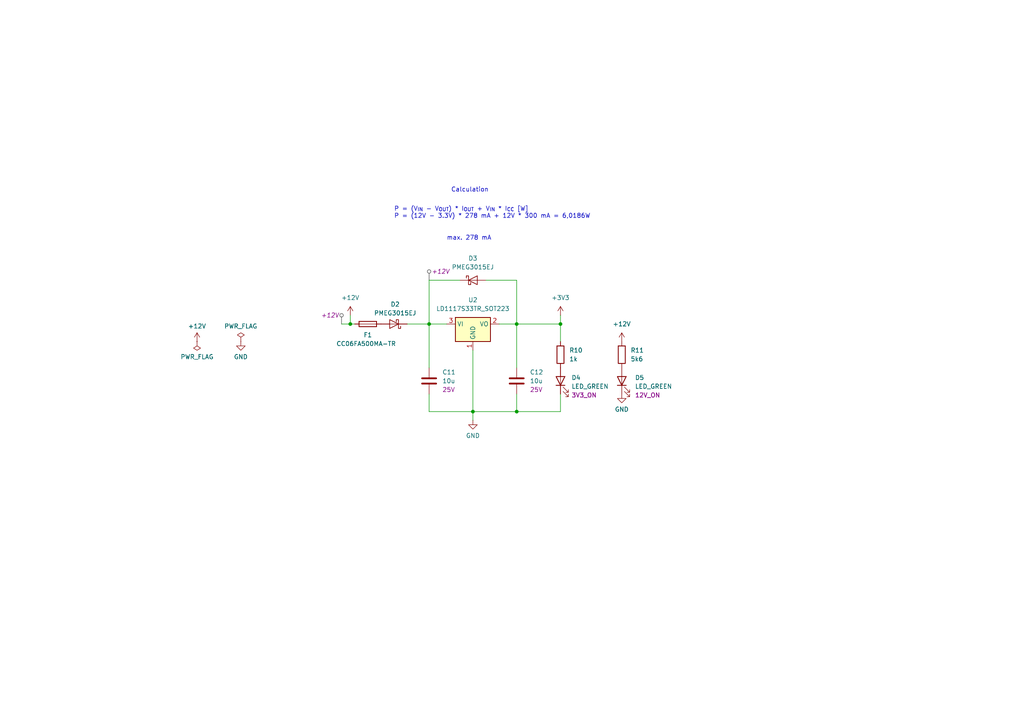
<source format=kicad_sch>
(kicad_sch (version 20231120) (generator "eeschema") (generator_version "8.0")
  (paper "A4")
  (lib_symbols
    (symbol "Device:C" (pin_numbers hide) (pin_names (offset 0.254))
      (property "Reference" "C" (at 0.635 2.54 0))
      (property "Value" "C" (at 0.635 -2.54 0))
      (symbol "C_0_1"
        (polyline (pts (xy -2.032 -0.762) (xy 2.032 -0.762)) (stroke (width 0.508)))
        (polyline (pts (xy -2.032 0.762) (xy 2.032 0.762)) (stroke (width 0.508)))
      )
      (symbol "C_1_1"
        (pin passive line (at 0 3.81 270) (length 2.794) (name "~") (number "1"))
        (pin passive line (at 0 -3.81 90) (length 2.794) (name "~") (number "2"))
      )
    )
    (symbol "Device:Fuse" (pin_numbers hide) (pin_names (offset 0))
      (property "Reference" "F" (at 2.032 0 90))
      (property "Value" "Fuse" (at -1.905 0 90))
      (symbol "Fuse_0_1"
        (rectangle (start -0.762 -2.54) (end 0.762 2.54) (stroke (width 0.254)))
        (polyline (pts (xy 0 2.54) (xy 0 -2.54)))
      )
      (symbol "Fuse_1_1"
        (pin passive line (at 0 3.81 270) (length 1.27) (name "~") (number "1"))
        (pin passive line (at 0 -3.81 90) (length 1.27) (name "~") (number "2"))
      )
    )
    (symbol "Device:LED" (pin_numbers hide) (pin_names (offset 1.016) hide)
      (property "Reference" "D" (at 0 2.54 0))
      (property "Value" "LED" (at 0 -2.54 0))
      (symbol "LED_0_1"
        (polyline (pts (xy -1.27 -1.27) (xy -1.27 1.27)) (stroke (width 0.254)))
        (polyline (pts (xy -1.27 0) (xy 1.27 0)))
        (polyline (pts (xy 1.27 -1.27) (xy 1.27 1.27) (xy -1.27 0) (xy 1.27 -1.27)) (stroke (width 0.254)))
        (polyline (pts (xy -3.048 -0.762) (xy -4.572 -2.286) (xy -3.81 -2.286) (xy -4.572 -2.286) (xy -4.572 -1.524)))
        (polyline (pts (xy -1.778 -0.762) (xy -3.302 -2.286) (xy -2.54 -2.286) (xy -3.302 -2.286) (xy -3.302 -1.524)))
      )
      (symbol "LED_1_1"
        (pin passive line (at -3.81 0 0) (length 2.54) (name "K") (number "1"))
        (pin passive line (at 3.81 0 180) (length 2.54) (name "A") (number "2"))
      )
    )
    (symbol "Device:R" (pin_numbers hide) (pin_names (offset 0))
      (property "Reference" "R" (at 2.032 0 90))
      (property "Value" "R" (at 0 0 90))
      (symbol "R_0_1"
        (rectangle (start -1.016 -2.54) (end 1.016 2.54) (stroke (width 0.254)))
      )
      (symbol "R_1_1"
        (pin passive line (at 0 3.81 270) (length 1.27) (name "~") (number "1"))
        (pin passive line (at 0 -3.81 90) (length 1.27) (name "~") (number "2"))
      )
    )
    (symbol "Diode:PMEG3015EJ" (pin_numbers hide) (pin_names hide)
      (property "Reference" "D" (at 0 2.54 0))
      (property "Value" "PMEG3015EJ" (at 0 -2.54 0))
      (symbol "PMEG3015EJ_0_1"
        (polyline (pts (xy 1.27 0) (xy -1.27 0)))
        (polyline (pts (xy 1.27 1.27) (xy 1.27 -1.27) (xy -1.27 0) (xy 1.27 1.27)) (stroke (width 0.2032)))
        (polyline (pts (xy -1.905 0.635) (xy -1.905 1.27) (xy -1.27 1.27) (xy -1.27 -1.27) (xy -0.635 -1.27) (xy -0.635 -0.635)) (stroke (width 0.2032)))
      )
      (symbol "PMEG3015EJ_1_1"
        (pin passive line (at -3.81 0 0) (length 2.54) (name "K") (number "1"))
        (pin passive line (at 3.81 0 180) (length 2.54) (name "A") (number "2"))
      )
    )
    (symbol "Regulator_Linear:LD1117S33TR_SOT223"
      (property "Reference" "U" (at -3.81 3.175 0))
      (property "Value" "LD1117S33TR_SOT223" (at 0 3.175 0))
      (symbol "LD1117S33TR_SOT223_0_1"
        (rectangle (start -5.08 -5.08) (end 5.08 1.905) (stroke (width 0.254)) (fill (type background)))
      )
      (symbol "LD1117S33TR_SOT223_1_1"
        (pin power_in line (at 0 -7.62 90) (length 2.54) (name "GND") (number "1"))
        (pin power_out line (at 7.62 0 180) (length 2.54) (name "VO") (number "2"))
        (pin power_in line (at -7.62 0 0) (length 2.54) (name "VI") (number "3"))
      )
    )
    (symbol "power:+12V" (power) (pin_numbers hide) (pin_names (offset 0) hide)
      (property "Value" "+12V" (at 0 3.556 0))
      (symbol "+12V_0_1"
        (polyline (pts (xy -0.762 1.27) (xy 0 2.54)))
        (polyline (pts (xy 0 0) (xy 0 2.54)))
        (polyline (pts (xy 0 2.54) (xy 0.762 1.27)))
      )
      (symbol "+12V_1_1"
        (pin power_in line (at 0 0 90) (length 0) (name "~") (number "1"))
      )
    )
    (symbol "power:+3V3" (power) (pin_numbers hide) (pin_names (offset 0) hide)
      (property "Value" "+3V3" (at 0 3.556 0))
      (symbol "+3V3_0_1"
        (polyline (pts (xy -0.762 1.27) (xy 0 2.54)))
        (polyline (pts (xy 0 0) (xy 0 2.54)))
        (polyline (pts (xy 0 2.54) (xy 0.762 1.27)))
      )
      (symbol "+3V3_1_1"
        (pin power_in line (at 0 0 90) (length 0) (name "~") (number "1"))
      )
    )
    (symbol "power:GND" (power) (pin_numbers hide) (pin_names (offset 0) hide)
      (property "Value" "GND" (at 0 -3.81 0))
      (symbol "GND_0_1"
        (polyline (pts (xy 0 0) (xy 0 -1.27) (xy 1.27 -1.27) (xy 0 -2.54) (xy -1.27 -1.27) (xy 0 -1.27)))
      )
      (symbol "GND_1_1"
        (pin power_in line (at 0 0 270) (length 0) (name "~") (number "1"))
      )
    )
    (symbol "power:PWR_FLAG" (power) (pin_numbers hide) (pin_names (offset 0) hide)
      (property "Value" "PWR_FLAG" (at 0 3.81 0))
      (symbol "PWR_FLAG_0_0"
        (pin power_out line (at 0 0 90) (length 0) (name "~") (number "1"))
      )
      (symbol "PWR_FLAG_0_1"
        (polyline (pts (xy 0 0) (xy 0 1.27) (xy -1.016 1.905) (xy 0 2.54) (xy 1.016 1.905) (xy 0 1.27)))
      )
    )
  )
  (junction (at 149.86 119.38))
  (junction (at 162.56 93.98))
  (junction (at 137.16 119.38))
  (junction (at 149.86 93.98))
  (junction (at 124.46 93.98))
  (junction (at 101.6 93.98))
  (wire (pts (xy 162.56 114.3) (xy 162.56 119.38)))
  (wire (pts (xy 101.6 93.98) (xy 101.6 91.44)))
  (wire (pts (xy 149.86 114.3) (xy 149.86 119.38)))
  (wire (pts (xy 140.97 81.28) (xy 149.86 81.28)))
  (wire (pts (xy 162.56 93.98) (xy 162.56 99.06)))
  (wire (pts (xy 144.78 93.98) (xy 149.86 93.98)))
  (wire (pts (xy 118.11 93.98) (xy 124.46 93.98)))
  (wire (pts (xy 137.16 119.38) (xy 137.16 121.92)))
  (wire (pts (xy 124.46 93.98) (xy 129.54 93.98)))
  (wire (pts (xy 124.46 81.28) (xy 133.35 81.28)))
  (wire (pts (xy 162.56 91.44) (xy 162.56 93.98)))
  (wire (pts (xy 101.6 93.98) (xy 102.87 93.98)))
  (wire (pts (xy 137.16 101.6) (xy 137.16 119.38)))
  (wire (pts (xy 149.86 119.38) (xy 162.56 119.38)))
  (wire (pts (xy 149.86 81.28) (xy 149.86 93.98)))
  (wire (pts (xy 137.16 119.38) (xy 149.86 119.38)))
  (wire (pts (xy 124.46 119.38) (xy 137.16 119.38)))
  (wire (pts (xy 124.46 114.3) (xy 124.46 119.38)))
  (wire (pts (xy 99.06 93.98) (xy 101.6 93.98)))
  (wire (pts (xy 149.86 93.98) (xy 162.56 93.98)))
  (wire (pts (xy 124.46 93.98) (xy 124.46 106.68)))
  (wire (pts (xy 124.46 81.28) (xy 124.46 93.98)))
  (wire (pts (xy 149.86 93.98) (xy 149.86 106.68)))
  (text "P = (V_{IN} - V_{OUT}) * I_{OUT} + V_{IN} * I_{CC} [W]\nP = (12V - 3.3V) * 278 mA + 12V * 300 mA = 6,0186 W" (at 114.3 63.5 0) (effects (font (size 1.27 1.27)) (justify left bottom)))
  (text "max. 278 mA" (at 129.54 69.85 0) (effects (font (size 1.27 1.27)) (justify left bottom)))
  (text "Calculation" (at 130.81 55.88 0) (effects (font (size 1.27 1.27)) (justify left bottom)))
  (netclass_flag "" (length 2.54) (shape round) (at 99.06 93.98 0) (property "Netclass" "+12V" (at 98.3615 91.44 0) (effects (font (italic yes)) (justify right))))
  (netclass_flag "" (length 2.54) (shape round) (at 124.46 81.28 0) (property "Netclass" "+12V" (at 125.1585 78.74 0) (effects (font (italic yes)) (justify left))))
  (symbol (lib_id "Device:C") (at 124.46 110.49 180) (unit 1)
    (property "Reference" "C11" (at 128.27 107.95 0) (effects (justify right)))
    (property "Value" "10u" (at 128.27 110.49 0) (effects (justify right)))
    (property "Footprint" "Capacitor_SMD:C_0603_1608Metric" (effects (hide yes)))
    (property "Description" "Unpolarized capacitor" (effects (hide yes)))
    (property "Voltage" "25V" (at 128.27 113.03 0) (effects (justify right)))
    (instances (project "MVBMS_FT24" (path "" (reference "C11") (unit 1))) (project "Master_FT24" (path "" (reference "C37") (unit 1)) (path "" (reference "C1101") (unit 1))))
  )
  (symbol (lib_id "Device:R") (at 180.34 102.87 0) (unit 1)
    (property "Reference" "R11" (at 182.88 101.5999 0) (effects (justify left)))
    (property "Value" "5k6" (at 182.88 104.1399 0) (effects (justify left)))
    (property "Footprint" "Resistor_SMD:R_0603_1608Metric" (effects (hide yes)))
    (property "Description" "Resistor" (effects (hide yes)))
  )
  (symbol (lib_id "power:+12V") (at 180.34 99.06 0) (unit 1)
    (property "Reference" "#PWR023" (effects (hide yes)))
    (property "Value" "+12V" (at 180.34 93.98 0))
    (property "Description" "Power symbol creates a global label with name \"+12V\"" (effects (hide yes)))
  )
  (symbol (lib_id "power:PWR_FLAG") (at 57.15 99.06 180) (unit 1)
    (property "Reference" "#FLG01" (effects (hide yes)))
    (property "Value" "PWR_FLAG" (at 57.15 103.505 0))
    (property "Description" "Special symbol for telling ERC where power comes from" (effects (hide yes)))
  )
  (symbol (lib_id "Diode:PMEG3015EJ") (at 114.3 93.98 180) (unit 1)
    (property "Reference" "D2" (at 114.6175 88.265 0))
    (property "Value" "PMEG3015EJ" (at 114.6175 90.805 0))
    (property "Footprint" "Diode_SMD:D_SOD-323_HandSoldering" (effects (hide yes)))
    (property "Datasheet" "https://assets.nexperia.com/documents/data-sheet/PMEG3015EH_EJ.pdf" (effects (hide yes)))
    (property "Description" "30V, 1.5A ultra low Vf MEGA Schottky barrier rectifier, SOD-323F" (effects (hide yes)))
  )
  (symbol (lib_id "Device:R") (at 162.56 102.87 0) (unit 1)
    (property "Reference" "R10" (at 165.1 101.6 0) (effects (justify left)))
    (property "Value" "1k" (at 165.1 104.14 0) (effects (justify left)))
    (property "Footprint" "Resistor_SMD:R_0603_1608Metric" (effects (hide yes)))
    (property "Description" "Resistor" (effects (hide yes)))
    (instances (project "MVBMS_FT24" (path "" (reference "R10") (unit 1))) (project "Master_FT24" (path "" (reference "R1103") (unit 1))))
  )
  (symbol (lib_id "power:+12V") (at 101.6 91.44 0) (unit 1)
    (property "Reference" "#PWR020" (effects (hide yes)))
    (property "Value" "+12V" (at 101.6 86.36 0))
    (property "Description" "Power symbol creates a global label with name \"+12V\"" (effects (hide yes)))
  )
  (symbol (lib_id "power:PWR_FLAG") (at 69.85 99.06 0) (unit 1)
    (property "Reference" "#FLG02" (effects (hide yes)))
    (property "Value" "PWR_FLAG" (at 69.85 94.615 0))
    (property "Description" "Special symbol for telling ERC where power comes from" (effects (hide yes)))
  )
  (symbol (lib_id "Regulator_Linear:LD1117S33TR_SOT223") (at 137.16 93.98 0) (unit 1)
    (property "Reference" "U2" (at 137.16 86.995 0))
    (property "Value" "LD1117S33TR_SOT223" (at 137.16 89.535 0))
    (property "Footprint" "Package_TO_SOT_SMD:SOT-223-3_TabPin2" (effects (hide yes)))
    (property "Datasheet" "http://www.st.com/st-web-ui/static/active/en/resource/technical/document/datasheet/CD00000544.pdf" (effects (hide yes)))
    (property "Description" "800mA Fixed Low Drop Positive Voltage Regulator, Fixed Output 3.3V, SOT-223" (effects (hide yes)))
    (instances (project "MVBMS_FT24" (path "" (reference "U2") (unit 1))) (project "Master_FT24" (path "" (reference "U1101") (unit 1))))
  )
  (symbol (lib_id "Diode:PMEG3015EJ") (at 137.16 81.28 0) (unit 1)
    (property "Reference" "D3" (at 137.16 74.93 0))
    (property "Value" "PMEG3015EJ" (at 137.16 77.47 0))
    (property "Footprint" "Diode_SMD:D_SOD-323_HandSoldering" (effects (hide yes)))
    (property "Datasheet" "https://assets.nexperia.com/documents/data-sheet/PMEG3015EH_EJ.pdf" (effects (hide yes)))
    (property "Description" "30V, 1.5A ultra low Vf MEGA Schottky barrier rectifier, SOD-323F" (effects (hide yes)))
  )
  (symbol (lib_id "power:GND") (at 69.85 99.06 0) (unit 1)
    (property "Reference" "#PWR019" (effects (hide yes)))
    (property "Value" "GND" (at 69.85 103.505 0))
    (property "Description" "Power symbol creates a global label with name \"GND\" , ground" (effects (hide yes)))
  )
  (symbol (lib_id "power:+3V3") (at 162.56 91.44 0) (unit 1)
    (property "Reference" "#PWR022" (effects (hide yes)))
    (property "Value" "+3V3" (at 162.56 86.36 0))
    (property "Description" "Power symbol creates a global label with name \"+3V3\"" (effects (hide yes)))
  )
  (symbol (lib_id "power:GND") (at 180.34 114.3 0) (unit 1)
    (property "Reference" "#PWR024" (effects (hide yes)))
    (property "Value" "GND" (at 180.34 118.745 0))
    (property "Description" "Power symbol creates a global label with name \"GND\" , ground" (effects (hide yes)))
  )
  (symbol (lib_id "power:+12V") (at 57.15 99.06 0) (unit 1)
    (property "Reference" "#PWR018" (effects (hide yes)))
    (property "Value" "+12V" (at 57.15 94.615 0))
    (property "Description" "Power symbol creates a global label with name \"+12V\"" (effects (hide yes)))
  )
  (symbol (lib_id "power:GND") (at 137.16 121.92 0) (unit 1)
    (property "Reference" "#PWR021" (effects (hide yes)))
    (property "Value" "GND" (at 137.16 126.365 0))
    (property "Description" "Power symbol creates a global label with name \"GND\" , ground" (effects (hide yes)))
  )
  (symbol (lib_id "Device:LED") (at 162.56 110.49 90) (unit 1)
    (property "Reference" "D4" (at 165.735 109.5374 90) (effects (justify right)))
    (property "Value" "LED_GREEN" (at 165.735 112.0774 90) (effects (justify right)))
    (property "Footprint" "LED_SMD:LED_0603_1608Metric" (effects (hide yes)))
    (property "Description" "Light emitting diode" (effects (hide yes)))
    (property "Silkscreen" "3V3_ON" (at 165.735 114.6174 90) (effects (justify right)))
    (instances (project "MVBMS_FT24" (path "" (reference "D4") (unit 1))) (project "Master_FT24" (path "" (reference "D1103") (unit 1))))
  )
  (symbol (lib_id "Device:Fuse") (at 106.68 93.98 90) (unit 1)
    (property "Reference" "F1" (at 106.68 97.155 90))
    (property "Value" "CC06FA500MA-TR " (at 106.68 99.695 90))
    (property "Footprint" "Fuse:Fuse_0603_1608Metric" (effects (hide yes)))
    (property "Description" "Fuse" (effects (hide yes)))
    (instances (project "MVBMS_FT24" (path "" (reference "F1") (unit 1))) (project "Master_FT24" (path "" (reference "F1202") (unit 1)) (path "" (reference "F1101") (unit 1))))
  )
  (symbol (lib_id "Device:LED") (at 180.34 110.49 90) (unit 1)
    (property "Reference" "D5" (at 184.15 109.5374 90) (effects (justify right)))
    (property "Value" "LED_GREEN" (at 184.15 112.0774 90) (effects (justify right)))
    (property "Footprint" "LED_SMD:LED_0603_1608Metric" (effects (hide yes)))
    (property "Description" "Light emitting diode" (effects (hide yes)))
    (property "Silkscreen" "12V_ON" (at 184.15 114.6174 90) (effects (justify right)))
  )
  (symbol (lib_id "Device:C") (at 149.86 110.49 180) (unit 1)
    (property "Reference" "C12" (at 153.67 107.95 0) (effects (justify right)))
    (property "Value" "10u" (at 153.67 110.49 0) (effects (justify right)))
    (property "Footprint" "Capacitor_SMD:C_0603_1608Metric" (effects (hide yes)))
    (property "Description" "Unpolarized capacitor" (effects (hide yes)))
    (property "Voltage" "25V" (at 153.67 113.03 0) (effects (justify right)))
    (instances (project "MVBMS_FT24" (path "" (reference "C12") (unit 1))) (project "Master_FT24" (path "" (reference "C37") (unit 1)) (path "" (reference "C1102") (unit 1))))
  )
)
</source>
